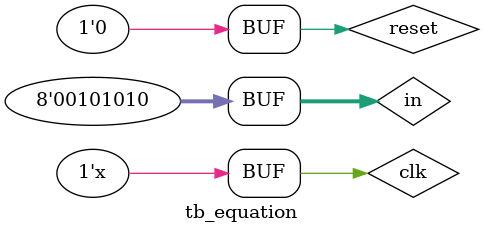
<source format=v>
`timescale 1ns / 1ps


module tb_equation;

    // Inputs
    reg        clk;
    reg        reset;
    reg  [7:0] in;

    // Outputs
    wire       out;

    // Instantiate the Unit Under Test (UUT)
    equation uut (
        .clk  (clk),
        .reset(reset),
        .in   (in),
        .out  (out)
    );

    initial begin
        // Initialize Inputs
        clk   = 1;
        reset = 1;
        #1;
        reset = 0;
        // Wait 100 ns for global reset to finish
        #9;
        in = "a";
        #10;
        in = "+";
        #10;
        in = "p";
        #10;
        in = "*";
        #10;
        in = "0";
        #10;
        in = "=";
        #10;
        in = "a";
        #10;
        in = "*";



        // Add stimulus here

    end
    always #5 clk = ~clk;
endmodule


</source>
